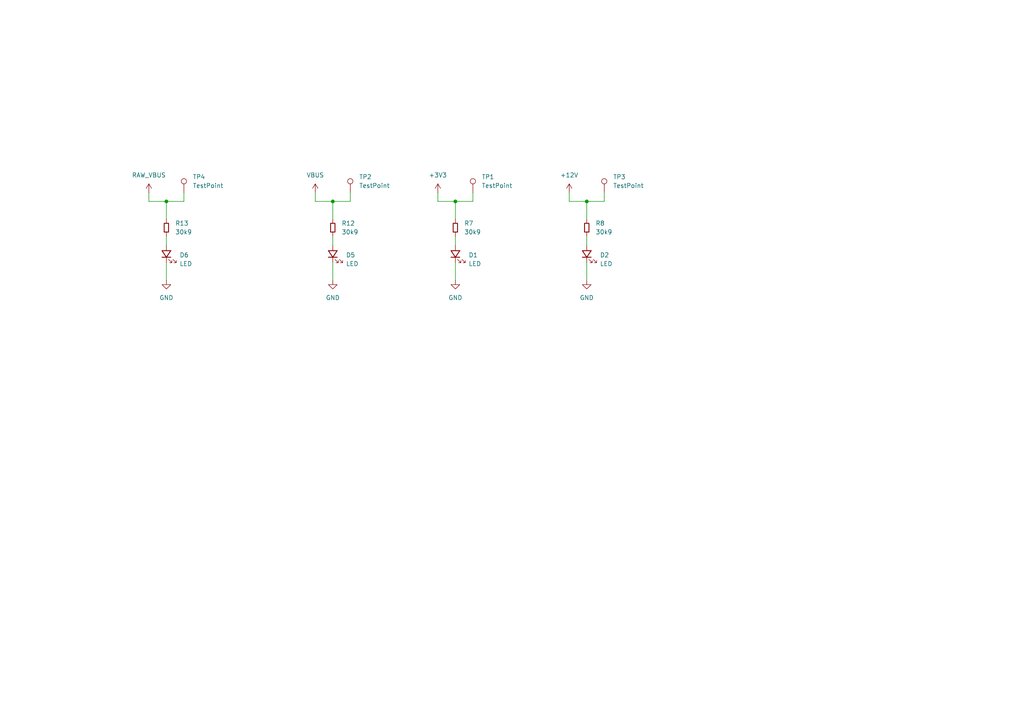
<source format=kicad_sch>
(kicad_sch (version 20250114) (generator "eeschema") (generator_version "9.0")
  (paper "A4")
  (lib_symbols
    (symbol "Connector:TestPoint" (pin_numbers (hide yes)) (pin_names (offset 0.762) (hide yes))
      (property "Reference" "TP" (at 0 6.858 0))
      (property "Value" "TestPoint" (at 0 5.08 0))
      (symbol "TestPoint_0_1"
        (circle (center 0 3.302) (radius 0.762))
      )
      (symbol "TestPoint_1_1"
        (pin passive line (at 0 0 90) (length 2.54) (name "1") (number "1"))
      )
    )
    (symbol "Device:LED" (pin_numbers (hide yes)) (pin_names (offset 1.016) (hide yes))
      (symbol "LED_0_1"
        (polyline (pts (xy -1.5875 -0.635) (xy -2.54 -1.5875) (xy -1.905 -1.5875) (xy -2.54 -1.5875) (xy -2.54 -0.9525)))
        (polyline (pts (xy -1.5875 -1.905) (xy -2.54 -2.8575) (xy -1.905 -2.8575) (xy -2.54 -2.8575) (xy -2.54 -2.2225)))
        (polyline (pts (xy -0.9525 -1.27) (xy -0.9525 1.27)) (stroke (width 0.254)))
        (polyline (pts (xy 0.9525 -1.27) (xy 0.9525 1.27) (xy -0.9525 0) (xy 0.9525 -1.27)) (stroke (width 0.254)))
      )
      (symbol "LED_1_1"
        (pin passive line (at -2.54 0 0) (length 1.524) (name "K") (number "1"))
        (pin passive line (at 2.54 0 180) (length 1.524) (name "A") (number "2"))
      )
    )
    (symbol "Device:R" (pin_numbers (hide yes)) (pin_names (offset 0))
      (symbol "R_0_1"
        (rectangle (start -0.635 1.27) (end 0.635 -1.27) (stroke (width 0.254)))
      )
      (symbol "R_1_1"
        (pin passive line (at 0 2.54 270) (length 1.27) (name "~") (number "1"))
        (pin passive line (at 0 -2.54 90) (length 1.27) (name "~") (number "2"))
      )
    )
    (symbol "power:+12V" (power) (pin_numbers (hide yes)) (pin_names (offset 0) (hide yes))
      (property "Value" "+12V" (at 0 3.556 0))
      (symbol "+12V_0_1"
        (polyline (pts (xy -0.762 1.27) (xy 0 2.54)))
        (polyline (pts (xy 0 2.54) (xy 0.762 1.27)))
        (polyline (pts (xy 0 0) (xy 0 2.54)))
      )
      (symbol "+12V_1_1"
        (pin power_in line (at 0 0 90) (length 0) (name "~") (number "1"))
      )
    )
    (symbol "power:+3V3" (power) (pin_numbers (hide yes)) (pin_names (offset 0) (hide yes))
      (property "Value" "+3V3" (at 0 3.556 0))
      (symbol "+3V3_0_1"
        (polyline (pts (xy -0.762 1.27) (xy 0 2.54)))
        (polyline (pts (xy 0 2.54) (xy 0.762 1.27)))
        (polyline (pts (xy 0 0) (xy 0 2.54)))
      )
      (symbol "+3V3_1_1"
        (pin power_in line (at 0 0 90) (length 0) (name "~") (number "1"))
      )
    )
    (symbol "power:GND" (power) (pin_numbers (hide yes)) (pin_names (offset 0) (hide yes))
      (property "Value" "GND" (at 0 -3.81 0))
      (symbol "GND_0_1"
        (polyline (pts (xy 0 0) (xy 0 -1.27) (xy 1.27 -1.27) (xy 0 -2.54) (xy -1.27 -1.27) (xy 0 -1.27)))
      )
      (symbol "GND_1_1"
        (pin power_in line (at 0 0 270) (length 0) (name "~") (number "1"))
      )
    )
    (symbol "power:VBUS" (power) (pin_numbers (hide yes)) (pin_names (offset 0) (hide yes))
      (property "Value" "VBUS" (at 0 3.556 0))
      (symbol "VBUS_0_1"
        (polyline (pts (xy -0.762 1.27) (xy 0 2.54)))
        (polyline (pts (xy 0 2.54) (xy 0.762 1.27)))
        (polyline (pts (xy 0 0) (xy 0 2.54)))
      )
      (symbol "VBUS_1_1"
        (pin power_in line (at 0 0 90) (length 0) (name "~") (number "1"))
      )
    )
  )
  (junction (at 170.18 58.42))
  (junction (at 96.52 58.42))
  (junction (at 132.08 58.42))
  (junction (at 48.26 58.42))
  (wire (pts (xy 48.26 68.58) (xy 48.26 71.12)))
  (wire (pts (xy 170.18 68.58) (xy 170.18 71.12)))
  (wire (pts (xy 48.26 76.2) (xy 48.26 81.28)))
  (wire (pts (xy 175.26 55.88) (xy 175.26 58.42)))
  (wire (pts (xy 170.18 76.2) (xy 170.18 81.28)))
  (wire (pts (xy 132.08 76.2) (xy 132.08 81.28)))
  (wire (pts (xy 127 58.42) (xy 132.08 58.42)))
  (wire (pts (xy 43.18 58.42) (xy 48.26 58.42)))
  (wire (pts (xy 43.18 55.88) (xy 43.18 58.42)))
  (wire (pts (xy 101.6 55.88) (xy 101.6 58.42)))
  (wire (pts (xy 53.34 55.88) (xy 53.34 58.42)))
  (wire (pts (xy 53.34 58.42) (xy 48.26 58.42)))
  (wire (pts (xy 165.1 55.88) (xy 165.1 58.42)))
  (wire (pts (xy 96.52 76.2) (xy 96.52 81.28)))
  (wire (pts (xy 91.44 55.88) (xy 91.44 58.42)))
  (wire (pts (xy 170.18 58.42) (xy 170.18 63.5)))
  (wire (pts (xy 132.08 68.58) (xy 132.08 71.12)))
  (wire (pts (xy 175.26 58.42) (xy 170.18 58.42)))
  (wire (pts (xy 101.6 58.42) (xy 96.52 58.42)))
  (wire (pts (xy 96.52 68.58) (xy 96.52 71.12)))
  (wire (pts (xy 96.52 58.42) (xy 96.52 63.5)))
  (wire (pts (xy 137.16 58.42) (xy 132.08 58.42)))
  (wire (pts (xy 165.1 58.42) (xy 170.18 58.42)))
  (wire (pts (xy 132.08 58.42) (xy 132.08 63.5)))
  (wire (pts (xy 48.26 58.42) (xy 48.26 63.5)))
  (wire (pts (xy 137.16 55.88) (xy 137.16 58.42)))
  (wire (pts (xy 91.44 58.42) (xy 96.52 58.42)))
  (wire (pts (xy 127 55.88) (xy 127 58.42)))
  (symbol (lib_id "power:GND") (at 96.52 81.28 0) (unit 1)
    (property "Reference" "#PWR031" (effects (hide yes)))
    (property "Value" "GND" (at 96.52 86.36 0))
    (property "Description" "Power symbol creates a global label with name \"GND\" , ground" (effects (hide yes)))
  )
  (symbol (lib_id "power:+12V") (at 165.1 55.88 0) (unit 1)
    (property "Reference" "#PWR018" (effects (hide yes)))
    (property "Value" "+12V" (at 165.1 50.8 0))
    (property "Description" "Power symbol creates a global label with name \"+12V\"" (effects (hide yes)))
  )
  (symbol (lib_id "Connector:TestPoint") (at 175.26 55.88 0) (unit 1)
    (property "Reference" "TP3" (at 177.8 51.3079 0) (effects (justify left)))
    (property "Value" "TestPoint" (at 177.8 53.8479 0) (effects (justify left)))
    (property "Description" "test point" (effects (hide yes)))
  )
  (symbol (lib_id "Device:LED") (at 48.26 73.66 90) (unit 1)
    (property "Reference" "D6" (at 52.07 73.9774 90) (effects (justify right)))
    (property "Value" "LED" (at 52.07 76.5174 90) (effects (justify right)))
    (property "Description" "Light emitting diode" (effects (hide yes)))
    (property "Sim.Pins" "1=K 2=A" (effects (hide yes)))
  )
  (symbol (lib_id "power:+3V3") (at 127 55.88 0) (unit 1)
    (property "Reference" "#PWR017" (effects (hide yes)))
    (property "Value" "+3V3" (at 127 50.8 0))
    (property "Description" "Power symbol creates a global label with name \"+3V3\"" (effects (hide yes)))
  )
  (symbol (lib_id "power:GND") (at 48.26 81.28 0) (unit 1)
    (property "Reference" "#PWR034" (effects (hide yes)))
    (property "Value" "GND" (at 48.26 86.36 0))
    (property "Description" "Power symbol creates a global label with name \"GND\" , ground" (effects (hide yes)))
  )
  (symbol (lib_id "power:GND") (at 170.18 81.28 0) (unit 1)
    (property "Reference" "#PWR019" (effects (hide yes)))
    (property "Value" "GND" (at 170.18 86.36 0))
    (property "Description" "Power symbol creates a global label with name \"GND\" , ground" (effects (hide yes)))
  )
  (symbol (lib_id "Device:R") (at 96.52 66.04 0) (unit 1)
    (property "Reference" "R12" (at 99.06 64.7699 0) (effects (justify left)))
    (property "Value" "30k9" (at 99.06 67.3099 0) (effects (justify left)))
    (property "Description" "Resistor" (effects (hide yes)))
  )
  (symbol (lib_id "Device:R") (at 132.08 66.04 0) (unit 1)
    (property "Reference" "R7" (at 134.62 64.7699 0) (effects (justify left)))
    (property "Value" "30k9" (at 134.62 67.3099 0) (effects (justify left)))
    (property "Description" "Resistor" (effects (hide yes)))
  )
  (symbol (lib_id "Device:R") (at 170.18 66.04 0) (unit 1)
    (property "Reference" "R8" (at 172.72 64.7699 0) (effects (justify left)))
    (property "Value" "30k9" (at 172.72 67.3099 0) (effects (justify left)))
    (property "Description" "Resistor" (effects (hide yes)))
  )
  (symbol (lib_id "power:VBUS") (at 91.44 55.88 0) (unit 1)
    (property "Reference" "#PWR030" (effects (hide yes)))
    (property "Value" "VBUS" (at 91.44 50.8 0))
    (property "Description" "Power symbol creates a global label with name \"VBUS\"" (effects (hide yes)))
  )
  (symbol (lib_id "Device:LED") (at 170.18 73.66 90) (unit 1)
    (property "Reference" "D2" (at 173.99 73.9774 90) (effects (justify right)))
    (property "Value" "LED" (at 173.99 76.5174 90) (effects (justify right)))
    (property "Description" "Light emitting diode" (effects (hide yes)))
    (property "Sim.Pins" "1=K 2=A" (effects (hide yes)))
  )
  (symbol (lib_id "Connector:TestPoint") (at 101.6 55.88 0) (unit 1)
    (property "Reference" "TP2" (at 104.14 51.3079 0) (effects (justify left)))
    (property "Value" "TestPoint" (at 104.14 53.8479 0) (effects (justify left)))
    (property "Description" "test point" (effects (hide yes)))
  )
  (symbol (lib_id "Connector:TestPoint") (at 137.16 55.88 0) (unit 1)
    (property "Reference" "TP1" (at 139.7 51.3079 0) (effects (justify left)))
    (property "Value" "TestPoint" (at 139.7 53.8479 0) (effects (justify left)))
    (property "Description" "test point" (effects (hide yes)))
  )
  (symbol (lib_id "Connector:TestPoint") (at 53.34 55.88 0) (unit 1)
    (property "Reference" "TP4" (at 55.88 51.3079 0) (effects (justify left)))
    (property "Value" "TestPoint" (at 55.88 53.8479 0) (effects (justify left)))
    (property "Description" "test point" (effects (hide yes)))
  )
  (symbol (lib_id "Device:LED") (at 96.52 73.66 90) (unit 1)
    (property "Reference" "D5" (at 100.33 73.9774 90) (effects (justify right)))
    (property "Value" "LED" (at 100.33 76.5174 90) (effects (justify right)))
    (property "Description" "Light emitting diode" (effects (hide yes)))
    (property "Sim.Pins" "1=K 2=A" (effects (hide yes)))
  )
  (symbol (lib_id "power:VBUS") (at 43.18 55.88 0) (unit 1)
    (property "Reference" "#PWR033" (effects (hide yes)))
    (property "Value" "RAW_VBUS" (at 43.18 50.8 0))
  )
  (symbol (lib_id "Device:R") (at 48.26 66.04 0) (unit 1)
    (property "Reference" "R13" (at 50.8 64.7699 0) (effects (justify left)))
    (property "Value" "30k9" (at 50.8 67.3099 0) (effects (justify left)))
    (property "Description" "Resistor" (effects (hide yes)))
  )
  (symbol (lib_id "power:GND") (at 132.08 81.28 0) (unit 1)
    (property "Reference" "#PWR016" (effects (hide yes)))
    (property "Value" "GND" (at 132.08 86.36 0))
    (property "Description" "Power symbol creates a global label with name \"GND\" , ground" (effects (hide yes)))
  )
  (symbol (lib_id "Device:LED") (at 132.08 73.66 90) (unit 1)
    (property "Reference" "D1" (at 135.89 73.9774 90) (effects (justify right)))
    (property "Value" "LED" (at 135.89 76.5174 90) (effects (justify right)))
    (property "Description" "Light emitting diode" (effects (hide yes)))
    (property "Sim.Pins" "1=K 2=A" (effects (hide yes)))
  )
)
</source>
